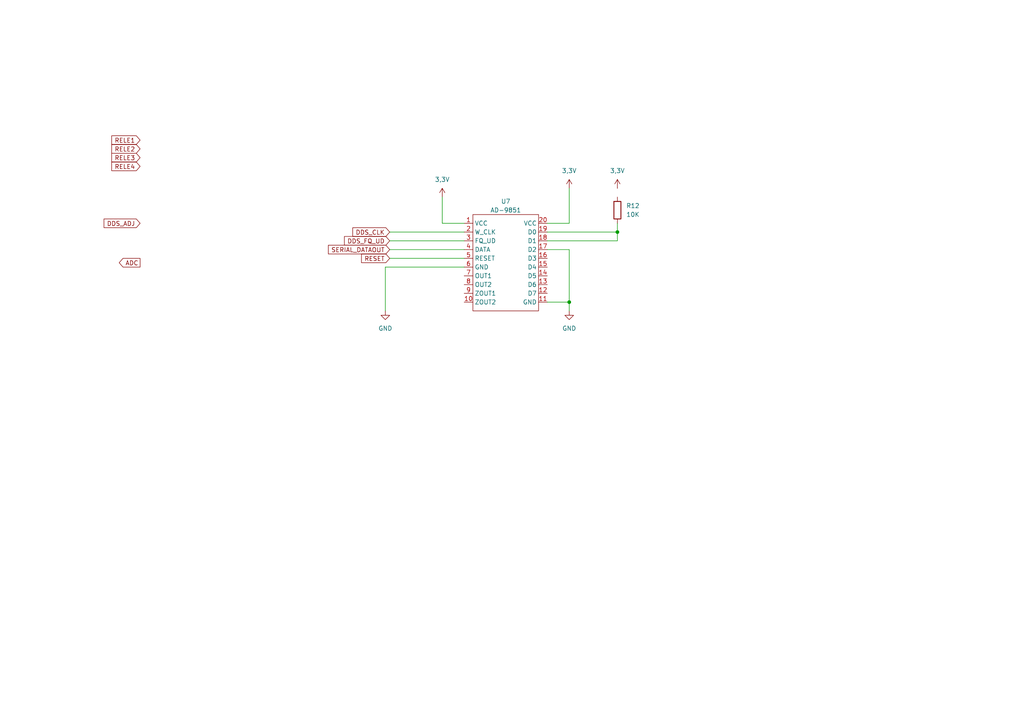
<source format=kicad_sch>
(kicad_sch (version 20231120) (generator "eeschema") (generator_version "8.0")
  (paper "A4")
  (lib_symbols
    (symbol "Device:R" (pin_numbers hide) (pin_names (offset 0))
      (property "Reference" "R" (at 2.032 0 90))
      (property "Value" "R" (at 0 0 90))
      (symbol "R_0_1"
        (rectangle (start -1.016 -2.54) (end 1.016 2.54) (stroke (width 0.254)))
      )
      (symbol "R_1_1"
        (pin passive line (at 0 3.81 270) (length 1.27) (name "~") (number "1"))
        (pin passive line (at 0 -3.81 90) (length 1.27) (name "~") (number "2"))
      )
    )
    (symbol "dev_boards:HC-SR08"
      (property "Reference" "U4" (at 0.635 2.54 0))
      (property "Value" "~" (at 0.635 0 0))
      (symbol "HC-SR08_0_1"
        (rectangle (start -8.89 -1.27) (end 10.16 -29.21))
      )
      (symbol "HC-SR08_1_1"
        (pin power_in line (at -11.43 -3.81 0) (length 2.54) (name "VCC") (number "1"))
        (pin output line (at -11.43 -26.67 0) (length 2.54) (name "ZOUT2") (number "10"))
        (pin power_in line (at 12.7 -26.67 180) (length 2.54) (name "GND") (number "11"))
        (pin input line (at 12.7 -24.13 180) (length 2.54) (name "D7") (number "12"))
        (pin input line (at 12.7 -21.59 180) (length 2.54) (name "D6") (number "13"))
        (pin input line (at 12.7 -19.05 180) (length 2.54) (name "D5") (number "14"))
        (pin input line (at 12.7 -16.51 180) (length 2.54) (name "D4") (number "15"))
        (pin input line (at 12.7 -13.97 180) (length 2.54) (name "D3") (number "16"))
        (pin input line (at 12.7 -11.43 180) (length 2.54) (name "D2") (number "17"))
        (pin input line (at 12.7 -8.89 180) (length 2.54) (name "D1") (number "18"))
        (pin input line (at 12.7 -6.35 180) (length 2.54) (name "D0") (number "19"))
        (pin input line (at -11.43 -6.35 0) (length 2.54) (name "W_CLK") (number "2"))
        (pin input line (at 12.7 -3.81 180) (length 2.54) (name "VCC") (number "20"))
        (pin input line (at -11.43 -8.89 0) (length 2.54) (name "FQ_UD") (number "3"))
        (pin input line (at -11.43 -11.43 0) (length 2.54) (name "DATA") (number "4"))
        (pin input line (at -11.43 -13.97 0) (length 2.54) (name "RESET") (number "5"))
        (pin power_in line (at -11.43 -16.51 0) (length 2.54) (name "GND") (number "6"))
        (pin output line (at -11.43 -19.05 0) (length 2.54) (name "OUT1") (number "7"))
        (pin output line (at -11.43 -21.59 0) (length 2.54) (name "OUT2") (number "8"))
        (pin output line (at -11.43 -24.13 0) (length 2.54) (name "ZOUT1") (number "9"))
      )
    )
    (symbol "power:GND" (power) (pin_numbers hide) (pin_names (offset 0) hide)
      (property "Value" "GND" (at 0 -3.81 0))
      (symbol "GND_0_1"
        (polyline (pts (xy 0 0) (xy 0 -1.27) (xy 1.27 -1.27) (xy 0 -2.54) (xy -1.27 -1.27) (xy 0 -1.27)))
      )
      (symbol "GND_1_1"
        (pin power_in line (at 0 0 270) (length 0) (name "~") (number "1"))
      )
    )
    (symbol "power:VCC" (power) (pin_numbers hide) (pin_names (offset 0) hide)
      (property "Value" "VCC" (at 0 3.556 0))
      (symbol "VCC_0_1"
        (polyline (pts (xy -0.762 1.27) (xy 0 2.54)))
        (polyline (pts (xy 0 0) (xy 0 2.54)))
        (polyline (pts (xy 0 2.54) (xy 0.762 1.27)))
      )
      (symbol "VCC_1_1"
        (pin power_in line (at 0 0 90) (length 0) (name "~") (number "1"))
      )
    )
  )
  (junction (at 179.07 67.31))
  (junction (at 165.1 87.63))
  (wire (pts (xy 111.76 77.47) (xy 134.62 77.47)))
  (wire (pts (xy 165.1 54.61) (xy 165.1 64.77)))
  (wire (pts (xy 113.03 72.39) (xy 134.62 72.39)))
  (wire (pts (xy 113.03 69.85) (xy 134.62 69.85)))
  (wire (pts (xy 179.07 67.31) (xy 179.07 64.77)))
  (wire (pts (xy 165.1 72.39) (xy 165.1 87.63)))
  (wire (pts (xy 158.75 72.39) (xy 165.1 72.39)))
  (wire (pts (xy 158.75 69.85) (xy 179.07 69.85)))
  (wire (pts (xy 113.03 67.31) (xy 134.62 67.31)))
  (wire (pts (xy 113.03 74.93) (xy 134.62 74.93)))
  (wire (pts (xy 158.75 87.63) (xy 165.1 87.63)))
  (wire (pts (xy 165.1 87.63) (xy 165.1 90.17)))
  (wire (pts (xy 179.07 69.85) (xy 179.07 67.31)))
  (wire (pts (xy 128.27 64.77) (xy 134.62 64.77)))
  (wire (pts (xy 111.76 77.47) (xy 111.76 90.17)))
  (wire (pts (xy 158.75 67.31) (xy 179.07 67.31)))
  (wire (pts (xy 158.75 64.77) (xy 165.1 64.77)))
  (wire (pts (xy 128.27 57.15) (xy 128.27 64.77)))
  (global_label "RELE1" (shape input) (at 40.64 40.64 180) (property "Intersheetrefs" "${INTERSHEET_REFS}" (effects (hide yes))))
  (global_label "DDS_CLK" (shape input) (at 113.03 67.31 180) (property "Intersheetrefs" "${INTERSHEET_REFS}" (effects (hide yes))))
  (global_label "RELE3" (shape input) (at 40.64 45.72 180) (property "Intersheetrefs" "${INTERSHEET_REFS}" (effects (hide yes))))
  (global_label "ADC" (shape output) (at 40.64 76.2 180) (property "Intersheetrefs" "${INTERSHEET_REFS}" (effects (hide yes))))
  (global_label "DDS_ADJ" (shape input) (at 40.64 64.77 180) (property "Intersheetrefs" "${INTERSHEET_REFS}" (effects (hide yes))))
  (global_label "RESET" (shape input) (at 113.03 74.93 180) (property "Intersheetrefs" "${INTERSHEET_REFS}" (effects (hide yes))))
  (global_label "RELE4" (shape input) (at 40.64 48.26 180) (property "Intersheetrefs" "${INTERSHEET_REFS}" (effects (hide yes))))
  (global_label "RELE2" (shape input) (at 40.64 43.18 180) (property "Intersheetrefs" "${INTERSHEET_REFS}" (effects (hide yes))))
  (global_label "SERIAL_DATAOUT" (shape input) (at 113.03 72.39 180) (property "Intersheetrefs" "${INTERSHEET_REFS}" (effects (hide yes))))
  (global_label "DDS_FQ_UD" (shape input) (at 113.03 69.85 180) (property "Intersheetrefs" "${INTERSHEET_REFS}" (effects (hide yes))))
  (symbol (lib_id "power:VCC") (at 179.07 54.61 0) (unit 1)
    (property "Reference" "#PWR52" (effects (hide yes)))
    (property "Value" "3,3V" (at 179.07 49.53 0))
    (property "Description" "Power symbol creates a global label with name \"VCC\"" (effects (hide yes)))
  )
  (symbol (lib_id "power:VCC") (at 165.1 54.61 0) (unit 1)
    (property "Reference" "#PWR34" (effects (hide yes)))
    (property "Value" "3,3V" (at 165.1 49.53 0))
    (property "Description" "Power symbol creates a global label with name \"VCC\"" (effects (hide yes)))
  )
  (symbol (lib_id "power:GND") (at 111.76 90.17 0) (unit 1)
    (property "Reference" "#PWR32" (effects (hide yes)))
    (property "Value" "GND" (at 111.76 95.25 0))
    (property "Description" "Power symbol creates a global label with name \"GND\" , ground" (effects (hide yes)))
  )
  (symbol (lib_id "power:VCC") (at 128.27 57.15 0) (unit 1)
    (property "Reference" "#PWR33" (effects (hide yes)))
    (property "Value" "3,3V" (at 128.27 52.07 0))
    (property "Description" "Power symbol creates a global label with name \"VCC\"" (effects (hide yes)))
  )
  (symbol (lib_id "dev_boards:HC-SR08") (at 146.05 60.96 0) (unit 1)
    (property "Reference" "U7" (at 146.685 58.42 0))
    (property "Value" "AD-9851" (at 146.685 60.96 0))
  )
  (symbol (lib_id "power:GND") (at 165.1 90.17 0) (unit 1)
    (property "Reference" "#PWR35" (effects (hide yes)))
    (property "Value" "GND" (at 165.1 95.25 0))
    (property "Description" "Power symbol creates a global label with name \"GND\" , ground" (effects (hide yes)))
  )
  (symbol (lib_id "Device:R") (at 179.07 60.96 0) (unit 1)
    (property "Reference" "R12" (at 181.61 59.6899 0) (effects (justify left)))
    (property "Value" "10K" (at 181.61 62.2299 0) (effects (justify left)))
    (property "Description" "Resistor" (effects (hide yes)))
  )
)
</source>
